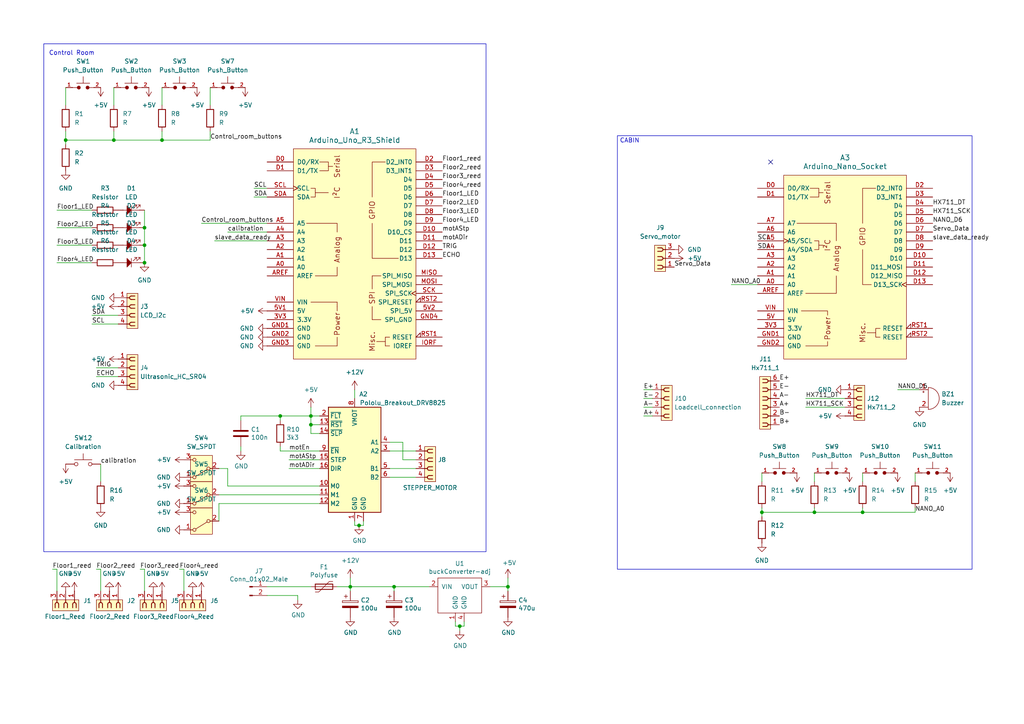
<source format=kicad_sch>
(kicad_sch (version 20231120) (generator "eeschema") (generator_version "8.0")
  (paper "A4")
  (lib_symbols
    (symbol "Device:Buzzer" (pin_names (offset 0.0254) hide)
      (property "Reference" "BZ" (at 3.81 1.27 0))
      (property "Value" "Buzzer" (at 3.81 -1.27 0))
      (symbol "Buzzer_1_1"
        (pin passive line (at -2.54 2.54 0) (length 2.54) (name "+") (number "1"))
        (pin passive line (at -2.54 -2.54 0) (length 2.54) (name "-") (number "2"))
      )
    )
    (symbol "Device:C" (pin_numbers hide) (pin_names (offset 0.254))
      (property "Reference" "C" (at 0.635 2.54 0))
      (property "Value" "C" (at 0.635 -2.54 0))
      (symbol "C_1_1"
        (pin passive line (at 0 3.81 270) (length 2.794) (name "~") (number "1"))
        (pin passive line (at 0 -3.81 90) (length 2.794) (name "~") (number "2"))
      )
    )
    (symbol "Device:Polyfuse" (pin_numbers hide) (pin_names (offset 0))
      (property "Reference" "F" (at -2.54 0 90))
      (property "Value" "Polyfuse" (at 2.54 0 90))
      (symbol "Polyfuse_1_1"
        (pin passive line (at 0 3.81 270) (length 1.27) (name "~") (number "1"))
        (pin passive line (at 0 -3.81 90) (length 1.27) (name "~") (number "2"))
      )
    )
    (symbol "Device:R" (pin_numbers hide) (pin_names (offset 0))
      (property "Reference" "R" (at 2.032 0 90))
      (property "Value" "R" (at 0 0 90))
      (symbol "R_1_1"
        (pin passive line (at 0 3.81 270) (length 1.27) (name "~") (number "1"))
        (pin passive line (at 0 -3.81 90) (length 1.27) (name "~") (number "2"))
      )
    )
    (symbol "Driver_Motor:Pololu_Breakout_DRV8825"
      (property "Reference" "A" (at -2.54 16.51 0))
      (property "Value" "Pololu_Breakout_DRV8825" (at -2.54 13.97 0))
      (symbol "Pololu_Breakout_DRV8825_1_1"
        (pin power_in line (at 0 -20.32 90) (length 2.54) (name "GND") (number "1"))
        (pin input line (at -10.16 -10.16 0) (length 2.54) (name "M0") (number "10"))
        (pin input line (at -10.16 -12.7 0) (length 2.54) (name "M1") (number "11"))
        (pin input line (at -10.16 -15.24 0) (length 2.54) (name "M2") (number "12"))
        (pin input line (at -10.16 7.62 0) (length 2.54) (name "~{RST}") (number "13"))
        (pin input line (at -10.16 5.08 0) (length 2.54) (name "~{SLP}") (number "14"))
        (pin input line (at -10.16 -2.54 0) (length 2.54) (name "STEP") (number "15"))
        (pin input line (at -10.16 -5.08 0) (length 2.54) (name "DIR") (number "16"))
        (pin output line (at -10.16 10.16 0) (length 2.54) (name "~{FLT}") (number "2"))
        (pin output line (at 10.16 0 180) (length 2.54) (name "A2") (number "3"))
        (pin output line (at 10.16 2.54 180) (length 2.54) (name "A1") (number "4"))
        (pin output line (at 10.16 -5.08 180) (length 2.54) (name "B1") (number "5"))
        (pin output line (at 10.16 -7.62 180) (length 2.54) (name "B2") (number "6"))
        (pin power_in line (at 2.54 -20.32 90) (length 2.54) (name "GND") (number "7"))
        (pin power_in line (at 0 15.24 270) (length 2.54) (name "VMOT") (number "8"))
        (pin input line (at -10.16 0 0) (length 2.54) (name "~{EN}") (number "9"))
      )
    )
    (symbol "PCM_SL_Devices:LED"
      (property "Reference" "D" (at -0.508 5.334 0))
      (property "Value" "LED" (at -0.508 2.794 0))
      (symbol "LED_1_1"
        (pin passive line (at 3.81 0 180) (length 1.5) (name "~") (number "1"))
        (pin passive line (at -3.81 0 0) (length 1.5) (name "") (number "2"))
      )
    )
    (symbol "PCM_SL_Devices:Push_Button"
      (property "Reference" "SW" (at 0 6.35 0))
      (property "Value" "Push_Button" (at 0 4.445 0))
      (symbol "Push_Button_1_1"
        (pin passive line (at -5.08 0 0) (length 2) (name "") (number "1"))
        (pin passive line (at 5.08 0 180) (length 2) (name "") (number "2"))
      )
    )
    (symbol "PCM_SL_Pin_Headers:PINHD_1x3_Female"
      (property "Reference" "J" (at 0 8.89 0))
      (property "Value" "PINHD_1x3_Female" (at 0 6.35 0))
      (symbol "PINHD_1x3_Female_1_1"
        (pin passive line (at -3.81 2.54 0) (length 2.54) (name "") (number "1"))
        (pin passive line (at -3.81 0 0) (length 2.54) (name "") (number "2"))
        (pin passive line (at -3.81 -2.54 0) (length 2.54) (name "") (number "3"))
      )
    )
    (symbol "PCM_SL_Pin_Headers:PINHD_1x4_Female"
      (property "Reference" "J" (at 0 10.16 0))
      (property "Value" "PINHD_1x4_Female" (at 0 7.62 0))
      (symbol "PINHD_1x4_Female_1_1"
        (pin passive line (at -3.81 3.81 0) (length 2.54) (name "") (number "1"))
        (pin passive line (at -3.81 1.27 0) (length 2.54) (name "") (number "2"))
        (pin passive line (at -3.81 -1.27 0) (length 2.54) (name "") (number "3"))
        (pin passive line (at -3.81 -3.81 0) (length 2.54) (name "") (number "4"))
      )
    )
    (symbol "PCM_SL_Pin_Headers:PINHD_1x6_Female"
      (property "Reference" "J" (at 0 12.7 0))
      (property "Value" "PINHD_1x6_Female" (at 0 10.16 0))
      (symbol "PINHD_1x6_Female_1_1"
        (pin passive line (at -3.81 6.35 0) (length 2.54) (name "") (number "1"))
        (pin passive line (at -3.81 3.81 0) (length 2.54) (name "") (number "2"))
        (pin passive line (at -3.81 1.27 0) (length 2.54) (name "") (number "3"))
        (pin passive line (at -3.81 -1.27 0) (length 2.54) (name "") (number "4"))
        (pin passive line (at -3.81 -3.81 0) (length 2.54) (name "") (number "5"))
        (pin passive line (at -3.81 -6.35 0) (length 2.54) (name "") (number "6"))
      )
    )
    (symbol "PCM_SL_Resistors:Resistor"
      (property "Reference" "R" (at 0 5.08 0))
      (property "Value" "Resistor" (at 0 2.54 0))
      (symbol "Resistor_1_1"
        (pin passive line (at -3.81 0 0) (length 1.5) (name "") (number "1"))
        (pin passive line (at 3.81 0 180) (length 1.5) (name "~") (number "2"))
      )
    )
    (symbol "PCM_arduino-library:Arduino_Nano_Socket" (pin_names (offset 1.016))
      (property "Reference" "A" (at 0 33.02 0))
      (property "Value" "Arduino_Nano_Socket" (at 0 29.21 0))
      (symbol "Arduino_Nano_Socket_0_0"
        (text "Analog" (at -2.54 2.54 900) (effects (font (size 1.524 1.524))))
        (text "I²C" (at -5.08 6.35 900) (effects (font (size 1.524 1.524))))
        (text "Misc." (at 5.08 -19.05 900) (effects (font (size 1.524 1.524))))
        (text "Power" (at -5.08 -17.78 900) (effects (font (size 1.524 1.524))))
        (text "Serial" (at -5.08 21.59 900) (effects (font (size 1.524 1.524))))
      )
      (symbol "Arduino_Nano_Socket_1_0"
        (text "GPIO" (at 5.08 8.89 900) (effects (font (size 1.524 1.524))))
      )
      (symbol "Arduino_Nano_Socket_1_1"
        (pin power_out line (at -25.4 -17.78 0) (length 7.62) (name "3.3V") (number "3V3"))
        (pin power_in line (at -25.4 -15.24 0) (length 7.62) (name "5V") (number "5V"))
        (pin bidirectional line (at -25.4 -5.08 0) (length 7.62) (name "A0") (number "A0"))
        (pin bidirectional line (at -25.4 -2.54 0) (length 7.62) (name "A1") (number "A1"))
        (pin bidirectional line (at -25.4 0 0) (length 7.62) (name "A2") (number "A2"))
        (pin bidirectional line (at -25.4 2.54 0) (length 7.62) (name "A3") (number "A3"))
        (pin bidirectional line (at -25.4 5.08 0) (length 7.62) (name "A4/SDA") (number "A4"))
        (pin bidirectional clock (at -25.4 7.62 0) (length 7.62) (name "A5/SCL") (number "A5"))
        (pin input line (at -25.4 10.16 0) (length 7.62) (name "A6") (number "A6"))
        (pin input line (at -25.4 12.7 0) (length 7.62) (name "A7") (number "A7"))
        (pin input line (at -25.4 -7.62 0) (length 7.62) (name "AREF") (number "AREF"))
        (pin bidirectional line (at -25.4 22.86 0) (length 7.62) (name "D0/RX") (number "D0"))
        (pin bidirectional line (at -25.4 20.32 0) (length 7.62) (name "D1/TX") (number "D1"))
        (pin bidirectional line (at 25.4 2.54 180) (length 7.62) (name "D10") (number "D10"))
        (pin bidirectional line (at 25.4 0 180) (length 7.62) (name "D11_MOSI") (number "D11"))
        (pin bidirectional line (at 25.4 -2.54 180) (length 7.62) (name "D12_MISO") (number "D12"))
        (pin bidirectional clock (at 25.4 -5.08 180) (length 7.62) (name "D13_SCK") (number "D13"))
        (pin bidirectional line (at 25.4 22.86 180) (length 7.62) (name "D2_INT0") (number "D2"))
        (pin bidirectional line (at 25.4 20.32 180) (length 7.62) (name "D3_INT1") (number "D3"))
        (pin bidirectional line (at 25.4 17.78 180) (length 7.62) (name "D4") (number "D4"))
        (pin bidirectional line (at 25.4 15.24 180) (length 7.62) (name "D5") (number "D5"))
        (pin bidirectional line (at 25.4 12.7 180) (length 7.62) (name "D6") (number "D6"))
        (pin bidirectional line (at 25.4 10.16 180) (length 7.62) (name "D7") (number "D7"))
        (pin bidirectional line (at 25.4 7.62 180) (length 7.62) (name "D8") (number "D8"))
        (pin bidirectional line (at 25.4 5.08 180) (length 7.62) (name "D9") (number "D9"))
        (pin power_in line (at -25.4 -20.32 0) (length 7.62) (name "GND") (number "GND1"))
        (pin power_in line (at -25.4 -22.86 0) (length 7.62) (name "GND") (number "GND2"))
        (pin open_collector input_low (at 25.4 -17.78 180) (length 7.62) (name "RESET") (number "RST1"))
        (pin open_collector input_low (at 25.4 -20.32 180) (length 7.62) (name "RESET") (number "RST2"))
        (pin power_in line (at -25.4 -12.7 0) (length 7.62) (name "VIN") (number "VIN"))
      )
    )
    (symbol "PCM_arduino-library:Arduino_Uno_R3_Shield" (pin_names (offset 1.016))
      (property "Reference" "A" (at 0 36.83 0))
      (property "Value" "Arduino_Uno_R3_Shield" (at 0 33.02 0))
      (symbol "Arduino_Uno_R3_Shield_0_0"
        (text "Analog" (at -5.08 1.27 900) (effects (font (size 1.524 1.524))))
        (text "I²C" (at -5.08 17.78 900) (effects (font (size 1.524 1.524))))
        (text "Misc." (at 5.08 -25.4 900) (effects (font (size 1.524 1.524))))
        (text "Power" (at -5.08 -20.32 900) (effects (font (size 1.524 1.524))))
        (text "Serial" (at -5.08 25.4 900) (effects (font (size 1.524 1.524))))
        (text "SPI" (at 5.08 -12.7 900) (effects (font (size 1.524 1.524))))
      )
      (symbol "Arduino_Uno_R3_Shield_1_0"
        (text "GPIO" (at 5.08 12.7 900) (effects (font (size 1.524 1.524))))
      )
      (symbol "Arduino_Uno_R3_Shield_1_1"
        (pin power_out line (at -25.4 -19.05 0) (length 7.62) (name "3.3V") (number "3V3"))
        (pin power_in line (at -25.4 -16.51 0) (length 7.62) (name "5V") (number "5V1"))
        (pin power_in line (at 25.4 -16.51 180) (length 7.62) (name "SPI_5V") (number "5V2"))
        (pin bidirectional line (at -25.4 -3.81 0) (length 7.62) (name "A0") (number "A0"))
        (pin bidirectional line (at -25.4 -1.27 0) (length 7.62) (name "A1") (number "A1"))
        (pin bidirectional line (at -25.4 1.27 0) (length 7.62) (name "A2") (number "A2"))
        (pin bidirectional line (at -25.4 3.81 0) (length 7.62) (name "A3") (number "A3"))
        (pin bidirectional line (at -25.4 6.35 0) (length 7.62) (name "A4") (number "A4"))
        (pin bidirectional line (at -25.4 8.89 0) (length 7.62) (name "A5") (number "A5"))
        (pin input line (at -25.4 -6.35 0) (length 7.62) (name "AREF") (number "AREF"))
        (pin bidirectional line (at -25.4 26.67 0) (length 7.62) (name "D0/RX") (number "D0"))
        (pin bidirectional line (at -25.4 24.13 0) (length 7.62) (name "D1/TX") (number "D1"))
        (pin bidirectional line (at 25.4 6.35 180) (length 7.62) (name "D10_CS") (number "D10"))
        (pin bidirectional line (at 25.4 3.81 180) (length 7.62) (name "D11") (number "D11"))
        (pin bidirectional line (at 25.4 1.27 180) (length 7.62) (name "D12") (number "D12"))
        (pin bidirectional line (at 25.4 -1.27 180) (length 7.62) (name "D13") (number "D13"))
        (pin bidirectional line (at 25.4 26.67 180) (length 7.62) (name "D2_INT0") (number "D2"))
        (pin bidirectional line (at 25.4 24.13 180) (length 7.62) (name "D3_INT1") (number "D3"))
        (pin bidirectional line (at 25.4 21.59 180) (length 7.62) (name "D4") (number "D4"))
        (pin bidirectional line (at 25.4 19.05 180) (length 7.62) (name "D5") (number "D5"))
        (pin bidirectional line (at 25.4 16.51 180) (length 7.62) (name "D6") (number "D6"))
        (pin bidirectional line (at 25.4 13.97 180) (length 7.62) (name "D7") (number "D7"))
        (pin bidirectional line (at 25.4 11.43 180) (length 7.62) (name "D8") (number "D8"))
        (pin bidirectional line (at 25.4 8.89 180) (length 7.62) (name "D9") (number "D9"))
        (pin power_in line (at -25.4 -21.59 0) (length 7.62) (name "GND") (number "GND1"))
        (pin power_in line (at -25.4 -24.13 0) (length 7.62) (name "GND") (number "GND2"))
        (pin power_in line (at -25.4 -26.67 0) (length 7.62) (name "GND") (number "GND3"))
        (pin power_in line (at 25.4 -19.05 180) (length 7.62) (name "SPI_GND") (number "GND4"))
        (pin output line (at 25.4 -26.67 180) (length 7.62) (name "IOREF") (number "IORF"))
        (pin input line (at 25.4 -6.35 180) (length 7.62) (name "SPI_MISO") (number "MISO"))
        (pin output line (at 25.4 -8.89 180) (length 7.62) (name "SPI_MOSI") (number "MOSI"))
        (pin open_collector input_low (at 25.4 -24.13 180) (length 7.62) (name "RESET") (number "RST1"))
        (pin open_collector input_low (at 25.4 -13.97 180) (length 7.62) (name "SPI_RESET") (number "RST2"))
        (pin output clock (at 25.4 -11.43 180) (length 7.62) (name "SPI_SCK") (number "SCK"))
        (pin bidirectional clock (at -25.4 19.05 0) (length 7.62) (name "SCL") (number "SCL"))
        (pin bidirectional line (at -25.4 16.51 0) (length 7.62) (name "SDA") (number "SDA"))
        (pin power_in line (at -25.4 -13.97 0) (length 7.62) (name "VIN") (number "VIN"))
      )
    )
    (symbol "Switch:SW_Push" (pin_numbers hide) (pin_names (offset 1.016) hide)
      (property "Reference" "SW" (at 1.27 2.54 0))
      (property "Value" "SW_Push" (at 0 -1.524 0))
      (symbol "SW_Push_0_1"
        (pin passive line (at -5.08 0 0) (length 2.54) (name "1") (number "1"))
        (pin passive line (at 5.08 0 180) (length 2.54) (name "2") (number "2"))
      )
    )
    (symbol "Switch:SW_SPDT" (pin_names (offset 0) hide)
      (property "Reference" "SW" (at 0 5.08 0))
      (property "Value" "SW_SPDT" (at 0 -5.08 0))
      (symbol "SW_SPDT_1_1"
        (pin passive line (at 5.08 2.54 180) (length 2.54) (name "A") (number "1"))
        (pin passive line (at -5.08 0 0) (length 2.54) (name "B") (number "2"))
        (pin passive line (at 5.08 -2.54 180) (length 2.54) (name "C") (number "3"))
      )
    )
    (symbol "pendulumRobotModule-rescue:+5V-power" (power) (pin_names (offset 0))
      (property "Value" "power:+5V" (at 0 3.556 0))
      (symbol "+5V-power_1_1"
        (pin power_in line (at 0 0 90) (length 0) hide (name "+5V") (number "1"))
      )
    )
    (symbol "pendulumRobotModule-rescue:CP-Device" (pin_numbers hide) (pin_names (offset 0.254))
      (property "Reference" "C" (at 0.635 2.54 0))
      (property "Value" "Device:CP" (at 0.635 -2.54 0))
      (symbol "CP-Device_1_1"
        (pin passive line (at 0 3.81 270) (length 2.794) (name "~") (number "1"))
        (pin passive line (at 0 -3.81 90) (length 2.794) (name "~") (number "2"))
      )
    )
    (symbol "pendulumRobotModule-rescue:Conn_01x02_Male-Connector" (pin_names (offset 1.016) hide)
      (property "Reference" "J" (at 0 2.54 0))
      (property "Value" "Connector:Conn_01x02_Male" (at 0 -5.08 0))
      (symbol "Conn_01x02_Male-Connector_1_1"
        (pin passive line (at 5.08 0 180) (length 3.81) (name "Pin_1") (number "1"))
        (pin passive line (at 5.08 -2.54 180) (length 3.81) (name "Pin_2") (number "2"))
      )
    )
    (symbol "pendulumRobotModule-rescue:GND-power" (power) (pin_names (offset 0))
      (property "Value" "power:GND" (at 0 -3.81 0))
      (symbol "GND-power_1_1"
        (pin power_in line (at 0 0 270) (length 0) hide (name "GND") (number "1"))
      )
    )
    (symbol "pendulumRobotModule-rescue:buckConverter-adj-myLib" (pin_names (offset 1.016))
      (property "Reference" "U" (at 0 0 0))
      (property "Value" "myLib:buckConverter-adj" (at 0 2.54 0))
      (symbol "buckConverter-adj-myLib_1_1"
        (pin power_in line (at -1.27 -13.97 90) (length 2.54) (name "GND") (number "1"))
        (pin power_in line (at -8.89 -3.81 0) (length 2.54) (name "VIN") (number "2"))
        (pin power_out line (at 8.89 -3.81 180) (length 2.54) (name "VOUT") (number "3"))
        (pin power_in line (at 1.27 -13.97 90) (length 2.54) (name "GND") (number "4"))
      )
    )
    (symbol "power:+12V" (power) (pin_numbers hide) (pin_names (offset 0) hide)
      (property "Value" "+12V" (at 0 3.556 0))
      (symbol "+12V_1_1"
        (pin power_in line (at 0 0 90) (length 0) (name "~") (number "1"))
      )
    )
    (symbol "power:+5V" (power) (pin_numbers hide) (pin_names (offset 0) hide)
      (property "Value" "+5V" (at 0 3.556 0))
      (symbol "+5V_1_1"
        (pin power_in line (at 0 0 90) (length 0) (name "~") (number "1"))
      )
    )
    (symbol "power:GND" (power) (pin_numbers hide) (pin_names (offset 0) hide)
      (property "Value" "GND" (at 0 -3.81 0))
      (symbol "GND_1_1"
        (pin power_in line (at 0 0 270) (length 0) (name "~") (number "1"))
      )
    )
  )
  (junction (at 41.91 66.04))
  (junction (at 41.91 71.12))
  (junction (at 101.6 170.18))
  (junction (at 236.22 148.59))
  (junction (at 41.91 76.2))
  (junction (at 104.14 152.4))
  (junction (at 33.02 40.64))
  (junction (at 19.05 40.64))
  (junction (at 81.28 120.65))
  (junction (at 46.99 40.64))
  (junction (at 114.3 170.18))
  (junction (at 147.32 170.18))
  (junction (at 90.17 120.65))
  (junction (at 220.98 148.59))
  (junction (at 133.35 181.61))
  (junction (at 250.19 148.59))
  (junction (at 90.17 123.19))
  (no_connect (at 223.52 46.99))
  (wire (pts (xy 220.98 137.16) (xy 220.98 139.7)))
  (wire (pts (xy 220.98 148.59) (xy 220.98 149.86)))
  (wire (pts (xy 92.71 123.19) (xy 90.17 123.19)))
  (wire (pts (xy 186.69 115.57) (xy 189.23 115.57)))
  (wire (pts (xy 265.43 148.59) (xy 265.43 147.32)))
  (wire (pts (xy 147.32 170.18) (xy 147.32 167.64)))
  (wire (pts (xy 41.91 165.1) (xy 41.91 171.45)))
  (wire (pts (xy 114.3 170.18) (xy 124.46 170.18)))
  (wire (pts (xy 260.35 113.03) (xy 266.7 113.03)))
  (wire (pts (xy 250.19 148.59) (xy 265.43 148.59)))
  (wire (pts (xy 236.22 148.59) (xy 236.22 147.32)))
  (wire (pts (xy 33.02 40.64) (xy 33.02 38.1)))
  (wire (pts (xy 81.28 120.65) (xy 69.85 120.65)))
  (wire (pts (xy 62.23 69.85) (xy 77.47 69.85)))
  (wire (pts (xy 60.96 25.4) (xy 60.96 30.48)))
  (wire (pts (xy 16.51 66.04) (xy 26.67 66.04)))
  (wire (pts (xy 15.24 165.1) (xy 16.51 165.1)))
  (wire (pts (xy 116.84 133.35) (xy 120.65 133.35)))
  (wire (pts (xy 27.94 165.1) (xy 29.21 165.1)))
  (wire (pts (xy 133.35 181.61) (xy 133.35 182.88)))
  (wire (pts (xy 90.17 120.65) (xy 90.17 118.11)))
  (wire (pts (xy 212.09 82.55) (xy 219.71 82.55)))
  (wire (pts (xy 27.94 109.22) (xy 34.29 109.22)))
  (wire (pts (xy 250.19 148.59) (xy 250.19 147.32)))
  (wire (pts (xy 16.51 60.96) (xy 26.67 60.96)))
  (wire (pts (xy 52.07 165.1) (xy 53.34 165.1)))
  (wire (pts (xy 46.99 25.4) (xy 46.99 30.48)))
  (wire (pts (xy 113.03 135.89) (xy 120.65 135.89)))
  (wire (pts (xy 86.36 172.72) (xy 86.36 173.99)))
  (wire (pts (xy 63.5 135.89) (xy 66.04 135.89)))
  (wire (pts (xy 105.41 151.13) (xy 105.41 152.4)))
  (wire (pts (xy 113.03 138.43) (xy 120.65 138.43)))
  (wire (pts (xy 77.47 172.72) (xy 86.36 172.72)))
  (wire (pts (xy 77.47 170.18) (xy 90.17 170.18)))
  (wire (pts (xy 97.79 170.18) (xy 101.6 170.18)))
  (wire (pts (xy 19.05 40.64) (xy 33.02 40.64)))
  (wire (pts (xy 116.84 128.27) (xy 116.84 133.35)))
  (wire (pts (xy 186.69 113.03) (xy 189.23 113.03)))
  (wire (pts (xy 46.99 40.64) (xy 46.99 38.1)))
  (wire (pts (xy 133.35 181.61) (xy 134.62 181.61)))
  (wire (pts (xy 132.08 181.61) (xy 133.35 181.61)))
  (wire (pts (xy 186.69 118.11) (xy 189.23 118.11)))
  (wire (pts (xy 134.62 181.61) (xy 134.62 180.34)))
  (wire (pts (xy 41.91 60.96) (xy 41.91 66.04)))
  (wire (pts (xy 69.85 129.54) (xy 69.85 130.81)))
  (wire (pts (xy 53.34 165.1) (xy 53.34 171.45)))
  (wire (pts (xy 265.43 137.16) (xy 265.43 139.7)))
  (wire (pts (xy 250.19 137.16) (xy 250.19 139.7)))
  (wire (pts (xy 233.68 118.11) (xy 245.11 118.11)))
  (wire (pts (xy 19.05 25.4) (xy 19.05 30.48)))
  (wire (pts (xy 81.28 120.65) (xy 81.28 121.92)))
  (wire (pts (xy 101.6 170.18) (xy 101.6 171.45)))
  (wire (pts (xy 147.32 171.45) (xy 147.32 170.18)))
  (wire (pts (xy 63.5 151.13) (xy 63.5 146.05)))
  (wire (pts (xy 101.6 170.18) (xy 114.3 170.18)))
  (wire (pts (xy 26.67 91.44) (xy 34.29 91.44)))
  (wire (pts (xy 90.17 123.19) (xy 90.17 120.65)))
  (wire (pts (xy 69.85 120.65) (xy 69.85 121.92)))
  (wire (pts (xy 66.04 135.89) (xy 66.04 140.97)))
  (wire (pts (xy 41.91 66.04) (xy 41.91 71.12)))
  (wire (pts (xy 92.71 135.89) (xy 83.82 135.89)))
  (wire (pts (xy 113.03 128.27) (xy 116.84 128.27)))
  (wire (pts (xy 92.71 125.73) (xy 90.17 125.73)))
  (wire (pts (xy 81.28 120.65) (xy 90.17 120.65)))
  (wire (pts (xy 132.08 181.61) (xy 132.08 180.34)))
  (wire (pts (xy 73.66 54.61) (xy 77.47 54.61)))
  (wire (pts (xy 186.69 120.65) (xy 189.23 120.65)))
  (wire (pts (xy 19.05 38.1) (xy 19.05 40.64)))
  (wire (pts (xy 63.5 143.51) (xy 92.71 143.51)))
  (wire (pts (xy 66.04 67.31) (xy 77.47 67.31)))
  (wire (pts (xy 81.28 130.81) (xy 81.28 129.54)))
  (wire (pts (xy 90.17 125.73) (xy 90.17 123.19)))
  (wire (pts (xy 83.82 133.35) (xy 92.71 133.35)))
  (wire (pts (xy 63.5 146.05) (xy 92.71 146.05)))
  (wire (pts (xy 92.71 120.65) (xy 90.17 120.65)))
  (wire (pts (xy 114.3 171.45) (xy 114.3 170.18)))
  (wire (pts (xy 16.51 76.2) (xy 26.67 76.2)))
  (wire (pts (xy 113.03 130.81) (xy 120.65 130.81)))
  (wire (pts (xy 101.6 170.18) (xy 101.6 167.64)))
  (wire (pts (xy 41.91 71.12) (xy 41.91 76.2)))
  (wire (pts (xy 102.87 113.03) (xy 102.87 115.57)))
  (wire (pts (xy 33.02 25.4) (xy 33.02 30.48)))
  (wire (pts (xy 19.05 40.64) (xy 19.05 41.91)))
  (wire (pts (xy 66.04 140.97) (xy 92.71 140.97)))
  (wire (pts (xy 29.21 165.1) (xy 29.21 171.45)))
  (wire (pts (xy 220.98 148.59) (xy 236.22 148.59)))
  (wire (pts (xy 236.22 137.16) (xy 236.22 139.7)))
  (wire (pts (xy 27.94 106.68) (xy 34.29 106.68)))
  (wire (pts (xy 102.87 152.4) (xy 104.14 152.4)))
  (wire (pts (xy 40.64 165.1) (xy 41.91 165.1)))
  (wire (pts (xy 104.14 152.4) (xy 105.41 152.4)))
  (wire (pts (xy 233.68 115.57) (xy 245.11 115.57)))
  (wire (pts (xy 220.98 147.32) (xy 220.98 148.59)))
  (wire (pts (xy 16.51 71.12) (xy 26.67 71.12)))
  (wire (pts (xy 26.67 93.98) (xy 34.29 93.98)))
  (wire (pts (xy 142.24 170.18) (xy 147.32 170.18)))
  (wire (pts (xy 46.99 40.64) (xy 60.96 40.64)))
  (wire (pts (xy 236.22 148.59) (xy 250.19 148.59)))
  (wire (pts (xy 33.02 40.64) (xy 46.99 40.64)))
  (wire (pts (xy 60.96 40.64) (xy 60.96 38.1)))
  (wire (pts (xy 81.28 130.81) (xy 92.71 130.81)))
  (wire (pts (xy 102.87 151.13) (xy 102.87 152.4)))
  (wire (pts (xy 73.66 57.15) (xy 77.47 57.15)))
  (wire (pts (xy 29.21 134.62) (xy 29.21 139.7)))
  (wire (pts (xy 16.51 165.1) (xy 16.51 171.45)))
  (wire (pts (xy 58.42 64.77) (xy 77.47 64.77)))
  (rectangle (start 179.07 39.37) (end 281.94 165.1))
  (rectangle (start 12.7 12.7) (end 140.97 160.02))
  (text "Control Room" (at 20.828 15.494 0) (effects (font (size 1.27 1.27))))
  (text "CABIN" (at 182.626 40.894 0) (effects (font (size 1.27 1.27))))
  (label "SDA" (at 26.67 91.44 0))
  (label "slave_data_ready" (at 62.23 69.85 0))
  (label "Floor1_LED" (at 16.51 60.96 0))
  (label "Floor2_LED" (at 128.27 59.69 0))
  (label "Floor4_LED" (at 16.51 76.2 0))
  (label "SCL" (at 73.66 54.61 0))
  (label "Floor3_reed" (at 128.27 52.07 0))
  (label "HX711_DT" (at 270.51 59.69 0))
  (label "B-" (at 226.06 120.65 0))
  (label "SCL" (at 219.71 69.85 0))
  (label "SCL" (at 26.67 93.98 0))
  (label "Control_room_buttons" (at 60.96 40.64 0))
  (label "slave_data_ready" (at 270.51 69.85 0))
  (label "motEn" (at 83.82 130.81 0))
  (label "HX711_DT" (at 233.68 115.57 0))
  (label "E+" (at 226.06 110.49 0))
  (label "HX711_SCK" (at 233.68 118.11 0))
  (label "ECHO" (at 128.27 74.93 0))
  (label "Servo_Data" (at 195.58 77.47 0))
  (label "E-" (at 226.06 113.03 0))
  (label "Floor1_reed" (at 15.24 165.1 0))
  (label "SDA" (at 73.66 57.15 0))
  (label "Control_room_buttons" (at 58.42 64.77 0))
  (label "E+" (at 186.69 113.03 0))
  (label "Floor3_LED" (at 16.51 71.12 0))
  (label "A-" (at 226.06 115.57 0))
  (label "Floor1_LED" (at 128.27 57.15 0))
  (label "motADir" (at 83.82 135.89 0))
  (label "motAStp" (at 128.27 67.31 0))
  (label "Floor4_reed" (at 52.07 165.1 0))
  (label "ECHO" (at 27.94 109.22 0))
  (label "NANO_D6" (at 260.35 113.03 0))
  (label "SDA" (at 219.71 72.39 0))
  (label "Floor4_reed" (at 128.27 54.61 0))
  (label "B+" (at 226.06 123.19 0))
  (label "TRIG" (at 27.94 106.68 0))
  (label "Floor3_LED" (at 128.27 62.23 0))
  (label "Floor4_LED" (at 128.27 64.77 0))
  (label "Servo_Data" (at 270.51 67.31 0))
  (label "Floor2_LED" (at 16.51 66.04 0))
  (label "Floor2_reed" (at 27.94 165.1 0))
  (label "HX711_SCK" (at 270.51 62.23 0))
  (label "A+" (at 226.06 118.11 0))
  (label "motAStp" (at 83.82 133.35 0))
  (label "Floor1_reed" (at 128.27 46.99 0))
  (label "A-" (at 186.69 118.11 0))
  (label "E-" (at 186.69 115.57 0))
  (label "calibration" (at 66.04 67.31 0))
  (label "A+" (at 186.69 120.65 0))
  (label "Floor2_reed" (at 128.27 49.53 0))
  (label "NANO_A0" (at 265.43 148.59 0))
  (label "Floor3_reed" (at 40.64 165.1 0))
  (label "NANO_D6" (at 270.51 64.77 0))
  (label "calibration" (at 29.21 134.62 0))
  (label "TRIG" (at 128.27 72.39 0))
  (label "NANO_A0" (at 212.09 82.55 0))
  (label "motADir" (at 128.27 69.85 0))
  (symbol (lib_id "power:+5V") (at 34.29 88.9 90) (unit 1)
    (property "Reference" "#PWR07" (effects (hide yes)))
    (property "Value" "+5V" (at 30.48 88.8999 90) (effects (justify left)))
    (property "Description" "Power symbol creates a global label with name \"+5V\"" (effects (hide yes)))
  )
  (symbol (lib_id "pendulumRobotModule-rescue:GND-power") (at 147.32 179.07 0) (unit 1)
    (property "Reference" "#PWR039" (effects (hide yes)))
    (property "Value" "GND" (at 147.447 183.4642 0))
  )
  (symbol (lib_id "Device:R") (at 46.99 34.29 0) (unit 1)
    (property "Reference" "R8" (at 49.53 33.0199 0) (effects (justify left)))
    (property "Value" "R" (at 49.53 35.5599 0) (effects (justify left)))
    (property "Footprint" "Resistor_THT:R_Axial_DIN0204_L3.6mm_D1.6mm_P5.08mm_Horizontal" (effects (hide yes)))
    (property "Description" "Resistor" (effects (hide yes)))
  )
  (symbol (lib_id "PCM_SL_Devices:Push_Button") (at 241.3 137.16 0) (unit 1)
    (property "Reference" "SW9" (at 241.3 129.54 0))
    (property "Value" "Push_Button" (at 241.3 132.08 0))
    (property "Footprint" "Button_Switch_THT:SW_PUSH_6mm" (effects (hide yes)))
    (property "Description" "Common 6mmx6mm Push Button" (effects (hide yes)))
  )
  (symbol (lib_id "power:+5V") (at 58.42 171.45 0) (unit 1)
    (property "Reference" "#PWR023" (effects (hide yes)))
    (property "Value" "+5V" (at 58.42 166.37 0))
    (property "Description" "Power symbol creates a global label with name \"+5V\"" (effects (hide yes)))
  )
  (symbol (lib_id "pendulumRobotModule-rescue:GND-power") (at 133.35 182.88 0) (unit 1)
    (property "Reference" "#PWR037" (effects (hide yes)))
    (property "Value" "GND" (at 133.477 187.2742 0))
  )
  (symbol (lib_id "Device:R") (at 19.05 45.72 0) (unit 1)
    (property "Reference" "R2" (at 21.59 44.4499 0) (effects (justify left)))
    (property "Value" "R" (at 21.59 46.9899 0) (effects (justify left)))
    (property "Footprint" "Resistor_THT:R_Axial_DIN0204_L3.6mm_D1.6mm_P5.08mm_Horizontal" (effects (hide yes)))
    (property "Description" "Resistor" (effects (hide yes)))
  )
  (symbol (lib_id "PCM_SL_Resistors:Resistor") (at 30.48 60.96 0) (unit 1)
    (property "Reference" "R3" (at 30.48 54.61 0))
    (property "Value" "Resistor" (at 30.48 57.15 0))
    (property "Footprint" "Resistor_THT:R_Axial_DIN0207_L6.3mm_D2.5mm_P10.16mm_Horizontal" (effects (hide yes)))
    (property "Description" "1/4W Resistor" (effects (hide yes)))
  )
  (symbol (lib_id "pendulumRobotModule-rescue:CP-Device") (at 147.32 175.26 0) (unit 1)
    (property "Reference" "C4" (at 150.3172 174.0916 0) (effects (justify left)))
    (property "Value" "470u" (at 150.3172 176.403 0) (effects (justify left)))
    (property "Footprint" "Capacitors_THT:CP_Radial_D6.3mm_P2.50mm" (effects (hide yes)))
  )
  (symbol (lib_id "power:+5V") (at 46.99 171.45 0) (unit 1)
    (property "Reference" "#PWR014" (effects (hide yes)))
    (property "Value" "+5V" (at 46.99 166.37 0))
    (property "Description" "Power symbol creates a global label with name \"+5V\"" (effects (hide yes)))
  )
  (symbol (lib_id "PCM_SL_Pin_Headers:PINHD_1x6_Female") (at 222.25 116.84 180) (unit 1)
    (property "Reference" "J11" (at 221.995 104.14 0))
    (property "Value" "Hx711_1" (at 221.995 106.68 0))
    (property "Footprint" "Connector_PinSocket_2.54mm:PinSocket_1x06_P2.54mm_Vertical" (effects (hide yes)))
    (property "Description" "Pin Header female with pin space 2.54mm. Pin Count -6" (effects (hide yes)))
  )
  (symbol (lib_id "Device:Buzzer") (at 269.24 115.57 0) (unit 1)
    (property "Reference" "BZ1" (at 273.05 114.2999 0) (effects (justify left)))
    (property "Value" "Buzzer" (at 273.05 116.8399 0) (effects (justify left)))
    (property "Description" "Buzzer, polarized" (effects (hide yes)))
  )
  (symbol (lib_id "power:GND") (at 29.21 147.32 0) (unit 1)
    (property "Reference" "#PWR051" (effects (hide yes)))
    (property "Value" "GND" (at 29.21 152.4 0))
    (property "Description" "Power symbol creates a global label with name \"GND\" , ground" (effects (hide yes)))
  )
  (symbol (lib_id "power:+12V") (at 102.87 113.03 0) (unit 1)
    (property "Reference" "#PWR034" (effects (hide yes)))
    (property "Value" "+12V" (at 102.87 107.95 0))
    (property "Description" "Power symbol creates a global label with name \"+12V\"" (effects (hide yes)))
  )
  (symbol (lib_id "power:GND") (at 220.98 157.48 0) (unit 1)
    (property "Reference" "#PWR042" (effects (hide yes)))
    (property "Value" "GND" (at 220.98 162.56 0))
    (property "Description" "Power symbol creates a global label with name \"GND\" , ground" (effects (hide yes)))
  )
  (symbol (lib_id "power:GND") (at 34.29 111.76 270) (unit 1)
    (property "Reference" "#PWR09" (effects (hide yes)))
    (property "Value" "GND" (at 30.48 111.7599 90) (effects (justify right)))
    (property "Description" "Power symbol creates a global label with name \"GND\" , ground" (effects (hide yes)))
  )
  (symbol (lib_id "Switch:SW_Push") (at 24.13 134.62 0) (unit 1)
    (property "Reference" "SW12" (at 24.13 127 0))
    (property "Value" "Calibration" (at 24.13 129.54 0))
    (property "Description" "Push button switch, generic, two pins" (effects (hide yes)))
  )
  (symbol (lib_id "pendulumRobotModule-rescue:CP-Device") (at 114.3 175.26 0) (unit 1)
    (property "Reference" "C3" (at 117.2972 174.0916 0) (effects (justify left)))
    (property "Value" "100u" (at 117.2972 176.403 0) (effects (justify left)))
    (property "Footprint" "Capacitors_THT:CP_Radial_D8.0mm_P2.50mm" (effects (hide yes)))
  )
  (symbol (lib_id "power:+5V") (at 90.17 118.11 0) (unit 1)
    (property "Reference" "#PWR031" (effects (hide yes)))
    (property "Value" "+5V" (at 90.17 113.03 0))
    (property "Description" "Power symbol creates a global label with name \"+5V\"" (effects (hide yes)))
  )
  (symbol (lib_id "power:+5V") (at 71.12 25.4 180) (unit 1)
    (property "Reference" "#PWR025" (effects (hide yes)))
    (property "Value" "+5V" (at 71.12 30.48 0))
    (property "Description" "Power symbol creates a global label with name \"+5V\"" (effects (hide yes)))
  )
  (symbol (lib_id "power:+5V") (at 21.59 171.45 0) (unit 1)
    (property "Reference" "#PWR03" (effects (hide yes)))
    (property "Value" "+5V" (at 21.59 166.37 0))
    (property "Description" "Power symbol creates a global label with name \"+5V\"" (effects (hide yes)))
  )
  (symbol (lib_id "Device:R") (at 19.05 34.29 0) (unit 1)
    (property "Reference" "R1" (at 21.59 33.0199 0) (effects (justify left)))
    (property "Value" "R" (at 21.59 35.5599 0) (effects (justify left)))
    (property "Footprint" "Resistor_THT:R_Axial_DIN0204_L3.6mm_D1.6mm_P5.08mm_Horizontal" (effects (hide yes)))
    (property "Description" "Resistor" (effects (hide yes)))
  )
  (symbol (lib_id "power:GND") (at 53.34 153.67 270) (unit 1)
    (property "Reference" "#PWR020" (effects (hide yes)))
    (property "Value" "GND" (at 49.53 153.6699 90) (effects (justify right)))
    (property "Description" "Power symbol creates a global label with name \"GND\" , ground" (effects (hide yes)))
  )
  (symbol (lib_id "PCM_SL_Pin_Headers:PINHD_1x3_Female") (at 191.77 74.93 180) (unit 1)
    (property "Reference" "J9" (at 191.515 66.04 0))
    (property "Value" "Servo_motor" (at 191.515 68.58 0))
    (property "Footprint" "Connector_PinSocket_2.54mm:PinSocket_1x03_P2.54mm_Vertical" (effects (hide yes)))
    (property "Description" "Pin Header female with pin space 2.54mm. Pin Count -3" (effects (hide yes)))
  )
  (symbol (lib_id "Device:R") (at 29.21 143.51 0) (unit 1)
    (property "Reference" "R16" (at 31.75 142.2399 0) (effects (justify left)))
    (property "Value" "R" (at 31.75 144.7799 0) (effects (justify left)))
    (property "Description" "Resistor" (effects (hide yes)))
  )
  (symbol (lib_id "PCM_SL_Devices:Push_Button") (at 38.1 25.4 0) (unit 1)
    (property "Reference" "SW2" (at 38.1 17.78 0))
    (property "Value" "Push_Button" (at 38.1 20.32 0))
    (property "Footprint" "Button_Switch_THT:SW_PUSH_6mm" (effects (hide yes)))
    (property "Description" "Common 6mmx6mm Push Button" (effects (hide yes)))
  )
  (symbol (lib_id "Device:C") (at 69.85 125.73 0) (unit 1)
    (property "Reference" "C1" (at 72.771 124.5616 0) (effects (justify left)))
    (property "Value" "100n" (at 72.771 126.873 0) (effects (justify left)))
    (property "Footprint" "Capacitors_SMD:C_0805_HandSoldering" (effects (hide yes)))
  )
  (symbol (lib_id "Device:R") (at 265.43 143.51 0) (unit 1)
    (property "Reference" "R15" (at 267.97 142.2399 0) (effects (justify left)))
    (property "Value" "R" (at 267.97 144.7799 0) (effects (justify left)))
    (property "Description" "Resistor" (effects (hide yes)))
  )
  (symbol (lib_id "pendulumRobotModule-rescue:GND-power") (at 69.85 130.81 0) (unit 1)
    (property "Reference" "#PWR024" (effects (hide yes)))
    (property "Value" "GND" (at 69.977 135.2042 0))
  )
  (symbol (lib_id "power:+5V") (at 195.58 74.93 270) (unit 1)
    (property "Reference" "#PWR041" (effects (hide yes)))
    (property "Value" "+5V" (at 199.39 74.9299 90) (effects (justify left)))
    (property "Description" "Power symbol creates a global label with name \"+5V\"" (effects (hide yes)))
  )
  (symbol (lib_id "Device:R") (at 81.28 125.73 0) (unit 1)
    (property "Reference" "R10" (at 83.058 124.5616 0) (effects (justify left)))
    (property "Value" "3k3" (at 83.058 126.873 0) (effects (justify left)))
    (property "Footprint" "Resistors_SMD:R_0805_HandSoldering" (effects (hide yes)))
  )
  (symbol (lib_id "PCM_SL_Pin_Headers:PINHD_1x4_Female") (at 124.46 134.62 0) (unit 1)
    (property "Reference" "J8" (at 127 133.3499 0) (effects (justify left)))
    (property "Value" "STEPPER_MOTOR" (at 116.84 141.478 0) (effects (justify left)))
    (property "Footprint" "Connector_PinSocket_2.54mm:PinSocket_1x04_P2.54mm_Vertical" (effects (hide yes)))
    (property "Description" "Pin Header female with pin space 2.54mm. Pin Count -4" (effects (hide yes)))
  )
  (symbol (lib_id "Device:Polyfuse") (at 93.98 170.18 270) (unit 1)
    (property "Reference" "F1" (at 93.98 164.465 90))
    (property "Value" "Polyfuse" (at 93.98 166.7764 90))
    (property "Footprint" "mylib:polyfuse-5.08mm" (effects (hide yes)))
  )
  (symbol (lib_id "power:GND") (at 34.29 86.36 270) (unit 1)
    (property "Reference" "#PWR06" (effects (hide yes)))
    (property "Value" "GND" (at 30.48 86.3599 90) (effects (justify right)))
    (property "Description" "Power symbol creates a global label with name \"GND\" , ground" (effects (hide yes)))
  )
  (symbol (lib_id "pendulumRobotModule-rescue:buckConverter-adj-myLib") (at 133.35 166.37 0) (unit 1)
    (property "Reference" "U1" (at 133.35 163.449 0))
    (property "Value" "buckConverter-adj" (at 133.35 165.7604 0))
    (property "Footprint" "mylib:buck-converter-adj" (effects (hide yes)))
  )
  (symbol (lib_id "power:+5V") (at 19.05 134.62 180) (unit 1)
    (property "Reference" "#PWR050" (effects (hide yes)))
    (property "Value" "+5V" (at 19.05 139.7 0))
    (property "Description" "Power symbol creates a global label with name \"+5V\"" (effects (hide yes)))
  )
  (symbol (lib_id "PCM_SL_Devices:LED") (at 38.1 76.2 0) (unit 1)
    (property "Reference" "D4" (at 38.1 69.85 0))
    (property "Value" "LED" (at 38.1 72.39 0))
    (property "Footprint" "LED_THT:LED_D5.0mm" (effects (hide yes)))
    (property "Description" "Common 5mm diameter LED" (effects (hide yes)))
  )
  (symbol (lib_id "power:+5V") (at 29.21 25.4 180) (unit 1)
    (property "Reference" "#PWR04" (effects (hide yes)))
    (property "Value" "+5V" (at 29.21 30.48 0))
    (property "Description" "Power symbol creates a global label with name \"+5V\"" (effects (hide yes)))
  )
  (symbol (lib_id "PCM_arduino-library:Arduino_Uno_R3_Shield") (at 102.87 73.66 0) (unit 1)
    (property "Reference" "A1" (at 102.87 38.1 0) (effects (font (size 1.524 1.524))))
    (property "Value" "Arduino_Uno_R3_Shield" (at 102.87 40.64 0) (effects (font (size 1.524 1.524))))
    (property "Footprint" "PCM_arduino-library:Arduino_Uno_R3_Shield" (effects (hide yes)))
    (property "Datasheet" "https://docs.arduino.cc/hardware/uno-rev3" (effects (hide yes)))
    (property "Description" "Shield for Arduino Uno R3" (effects (hide yes)))
  )
  (symbol (lib_id "power:+5V") (at 246.38 137.16 180) (unit 1)
    (property "Reference" "#PWR046" (effects (hide yes)))
    (property "Value" "+5V" (at 246.38 142.24 0))
    (property "Description" "Power symbol creates a global label with name \"+5V\"" (effects (hide yes)))
  )
  (symbol (lib_id "PCM_SL_Devices:Push_Button") (at 270.51 137.16 0) (unit 1)
    (property "Reference" "SW11" (at 270.51 129.54 0))
    (property "Value" "Push_Button" (at 270.51 132.08 0))
    (property "Footprint" "Button_Switch_THT:SW_PUSH_6mm" (effects (hide yes)))
    (property "Description" "Common 6mmx6mm Push Button" (effects (hide yes)))
  )
  (symbol (lib_id "power:GND") (at 266.7 118.11 0) (unit 1)
    (property "Reference" "#PWR048" (effects (hide yes)))
    (property "Value" "GND" (at 266.7 123.19 0))
    (property "Description" "Power symbol creates a global label with name \"GND\" , ground" (effects (hide yes)))
  )
  (symbol (lib_id "PCM_SL_Pin_Headers:PINHD_1x4_Female") (at 38.1 107.95 0) (unit 1)
    (property "Reference" "J4" (at 40.64 106.6799 0) (effects (justify left)))
    (property "Value" "Ultrasonic_HC_SR04" (at 40.64 109.2199 0) (effects (justify left)))
    (property "Footprint" "Connector_PinSocket_2.54mm:PinSocket_1x04_P2.54mm_Vertical" (effects (hide yes)))
    (property "Description" "Pin Header female with pin space 2.54mm. Pin Count -4" (effects (hide yes)))
  )
  (symbol (lib_id "Switch:SW_SPDT") (at 58.42 151.13 180) (unit 1)
    (property "Reference" "SW6" (at 58.42 142.24 0))
    (property "Value" "SW_SPDT" (at 58.42 144.78 0))
    (property "Description" "Switch, single pole double throw" (effects (hide yes)))
  )
  (symbol (lib_id "pendulumRobotModule-rescue:Conn_01x02_Male-Connector") (at 72.39 170.18 0) (unit 1)
    (property "Reference" "J7" (at 75.0824 165.6588 0))
    (property "Value" "Conn_01x02_Male" (at 75.0824 167.9702 0))
    (property "Footprint" "mylib:wirePad-2x-2mm" (effects (hide yes)))
  )
  (symbol (lib_id "PCM_arduino-library:Arduino_Nano_Socket") (at 245.11 77.47 0) (unit 1)
    (property "Reference" "A3" (at 245.11 45.72 0) (effects (font (size 1.524 1.524))))
    (property "Value" "Arduino_Nano_Socket" (at 245.11 48.26 0) (effects (font (size 1.524 1.524))))
    (property "Footprint" "PCM_arduino-library:Arduino_Nano_Socket" (effects (hide yes)))
    (property "Datasheet" "https://docs.arduino.cc/hardware/nano" (effects (hide yes)))
    (property "Description" "Socket for Arduino Nano" (effects (hide yes)))
  )
  (symbol (lib_id "Device:R") (at 220.98 153.67 0) (unit 1)
    (property "Reference" "R12" (at 223.52 152.3999 0) (effects (justify left)))
    (property "Value" "R" (at 223.52 154.9399 0) (effects (justify left)))
    (property "Description" "Resistor" (effects (hide yes)))
  )
  (symbol (lib_id "power:+5V") (at 245.11 120.65 90) (unit 1)
    (property "Reference" "#PWR045" (effects (hide yes)))
    (property "Value" "+5V" (at 241.3 120.6499 90) (effects (justify left)))
    (property "Description" "Power symbol creates a global label with name \"+5V\"" (effects (hide yes)))
  )
  (symbol (lib_id "Device:R") (at 220.98 143.51 0) (unit 1)
    (property "Reference" "R11" (at 223.52 142.2399 0) (effects (justify left)))
    (property "Value" "R" (at 223.52 144.7799 0) (effects (justify left)))
    (property "Description" "Resistor" (effects (hide yes)))
  )
  (symbol (lib_id "power:GND") (at 19.05 171.45 180) (unit 1)
    (property "Reference" "#PWR02" (effects (hide yes)))
    (property "Value" "GND" (at 19.05 166.37 0))
    (property "Description" "Power symbol creates a global label with name \"GND\" , ground" (effects (hide yes)))
  )
  (symbol (lib_id "power:+5V") (at 53.34 140.97 90) (unit 1)
    (property "Reference" "#PWR017" (effects (hide yes)))
    (property "Value" "+5V" (at 49.53 140.9699 90) (effects (justify left)))
    (property "Description" "Power symbol creates a global label with name \"+5V\"" (effects (hide yes)))
  )
  (symbol (lib_id "PCM_SL_Pin_Headers:PINHD_1x3_Female") (at 55.88 175.26 270) (unit 1)
    (property "Reference" "J6" (at 60.96 174.2449 90) (effects (justify left)))
    (property "Value" "Floor4_Reed" (at 50.292 178.816 90) (effects (justify left)))
    (property "Footprint" "Connector_PinSocket_2.54mm:PinSocket_1x03_P2.54mm_Vertical" (effects (hide yes)))
    (property "Description" "Pin Header female with pin space 2.54mm. Pin Count -3" (effects (hide yes)))
  )
  (symbol (lib_id "Device:R") (at 33.02 34.29 0) (unit 1)
    (property "Reference" "R7" (at 35.56 33.0199 0) (effects (justify left)))
    (property "Value" "R" (at 35.56 35.5599 0) (effects (justify left)))
    (property "Footprint" "Resistor_THT:R_Axial_DIN0204_L3.6mm_D1.6mm_P5.08mm_Horizontal" (effects (hide yes)))
    (property "Description" "Resistor" (effects (hide yes)))
  )
  (symbol (lib_id "PCM_SL_Pin_Headers:PINHD_1x4_Female") (at 248.92 116.84 0) (unit 1)
    (property "Reference" "J12" (at 251.46 115.5699 0) (effects (justify left)))
    (property "Value" "Hx711_2" (at 251.46 118.1099 0) (effects (justify left)))
    (property "Footprint" "Connector_PinSocket_2.54mm:PinSocket_1x04_P2.54mm_Vertical" (effects (hide yes)))
    (property "Description" "Pin Header female with pin space 2.54mm. Pin Count -4" (effects (hide yes)))
  )
  (symbol (lib_id "PCM_SL_Pin_Headers:PINHD_1x4_Female") (at 193.04 116.84 0) (unit 1)
    (property "Reference" "J10" (at 195.58 115.5699 0) (effects (justify left)))
    (property "Value" "Loadcell_connection" (at 195.58 118.1099 0) (effects (justify left)))
    (property "Footprint" "Connector_PinSocket_2.54mm:PinSocket_1x04_P2.54mm_Vertical" (effects (hide yes)))
    (property "Description" "Pin Header female with pin space 2.54mm. Pin Count -4" (effects (hide yes)))
  )
  (symbol (lib_id "PCM_SL_Pin_Headers:PINHD_1x3_Female") (at 44.45 175.26 270) (unit 1)
    (property "Reference" "J5" (at 49.53 174.2449 90) (effects (justify left)))
    (property "Value" "Floor3_Reed" (at 38.608 178.816 90) (effects (justify left)))
    (property "Footprint" "Connector_PinSocket_2.54mm:PinSocket_1x03_P2.54mm_Vertical" (effects (hide yes)))
    (property "Description" "Pin Header female with pin space 2.54mm. Pin Count -3" (effects (hide yes)))
  )
  (symbol (lib_id "PCM_SL_Pin_Headers:PINHD_1x3_Female") (at 19.05 175.26 270) (unit 1)
    (property "Reference" "J1" (at 24.13 174.2449 90) (effects (justify left)))
    (property "Value" "Floor1_Reed" (at 12.954 178.816 90) (effects (justify left)))
    (property "Footprint" "Connector_PinSocket_2.54mm:PinSocket_1x03_P2.54mm_Vertical" (effects (hide yes)))
    (property "Description" "Pin Header female with pin space 2.54mm. Pin Count -3" (effects (hide yes)))
  )
  (symbol (lib_id "Switch:SW_SPDT") (at 58.42 135.89 180) (unit 1)
    (property "Reference" "SW4" (at 58.42 127 0))
    (property "Value" "SW_SPDT" (at 58.42 129.54 0))
    (property "Description" "Switch, single pole double throw" (effects (hide yes)))
  )
  (symbol (lib_id "power:+12V") (at 101.6 167.64 0) (unit 1)
    (property "Reference" "#PWR032" (effects (hide yes)))
    (property "Value" "+12V" (at 101.6 162.56 0))
    (property "Description" "Power symbol creates a global label with name \"+12V\"" (effects (hide yes)))
  )
  (symbol (lib_id "power:+5V") (at 260.35 137.16 180) (unit 1)
    (property "Reference" "#PWR047" (effects (hide yes)))
    (property "Value" "+5V" (at 260.35 142.24 0))
    (property "Description" "Power symbol creates a global label with name \"+5V\"" (effects (hide yes)))
  )
  (symbol (lib_id "power:GND") (at 41.91 76.2 0) (unit 1)
    (property "Reference" "#PWR011" (effects (hide yes)))
    (property "Value" "GND" (at 41.91 81.28 0))
    (property "Description" "Power symbol creates a global label with name \"GND\" , ground" (effects (hide yes)))
  )
  (symbol (lib_id "PCM_SL_Devices:Push_Button") (at 226.06 137.16 0) (unit 1)
    (property "Reference" "SW8" (at 226.06 129.54 0))
    (property "Value" "Push_Button" (at 226.06 132.08 0))
    (property "Footprint" "Button_Switch_THT:SW_PUSH_6mm" (effects (hide yes)))
    (property "Description" "Common 6mmx6mm Push Button" (effects (hide yes)))
  )
  (symbol (lib_id "pendulumRobotModule-rescue:GND-power") (at 86.36 173.99 0) (unit 1)
    (property "Reference" "#PWR030" (effects (hide yes)))
    (property "Value" "GND" (at 86.487 178.3842 0))
  )
  (symbol (lib_id "PCM_SL_Resistors:Resistor") (at 30.48 66.04 0) (unit 1)
    (property "Reference" "R4" (at 30.48 59.69 0))
    (property "Value" "Resistor" (at 30.48 62.23 0))
    (property "Footprint" "Resistor_THT:R_Axial_DIN0207_L6.3mm_D2.5mm_P10.16mm_Horizontal" (effects (hide yes)))
    (property "Description" "1/4W Resistor" (effects (hide yes)))
  )
  (symbol (lib_id "PCM_SL_Pin_Headers:PINHD_1x3_Female") (at 31.75 175.26 270) (unit 1)
    (property "Reference" "J2" (at 36.83 174.2449 90) (effects (justify left)))
    (property "Value" "Floor2_Reed" (at 25.908 178.816 90) (effects (justify left)))
    (property "Footprint" "Connector_PinSocket_2.54mm:PinSocket_1x03_P2.54mm_Vertical" (effects (hide yes)))
    (property "Description" "Pin Header female with pin space 2.54mm. Pin Count -3" (effects (hide yes)))
  )
  (symbol (lib_id "PCM_SL_Devices:LED") (at 38.1 60.96 0) (unit 1)
    (property "Reference" "D1" (at 38.1 54.61 0))
    (property "Value" "LED" (at 38.1 57.15 0))
    (property "Footprint" "LED_THT:LED_D5.0mm" (effects (hide yes)))
    (property "Description" "Common 5mm diameter LED" (effects (hide yes)))
  )
  (symbol (lib_id "power:+5V") (at 77.47 90.17 90) (unit 1)
    (property "Reference" "#PWR026" (effects (hide yes)))
    (property "Value" "+5V" (at 73.66 90.1699 90) (effects (justify left)))
    (property "Description" "Power symbol creates a global label with name \"+5V\"" (effects (hide yes)))
  )
  (symbol (lib_id "pendulumRobotModule-rescue:GND-power") (at 101.6 179.07 0) (unit 1)
    (property "Reference" "#PWR033" (effects (hide yes)))
    (property "Value" "GND" (at 101.727 183.4642 0))
  )
  (symbol (lib_id "PCM_SL_Devices:Push_Button") (at 24.13 25.4 0) (unit 1)
    (property "Reference" "SW1" (at 24.13 17.78 0))
    (property "Value" "Push_Button" (at 24.13 20.32 0))
    (property "Footprint" "Button_Switch_THT:SW_PUSH_6mm" (effects (hide yes)))
    (property "Description" "Common 6mmx6mm Push Button" (effects (hide yes)))
  )
  (symbol (lib_id "power:+5V") (at 231.14 137.16 180) (unit 1)
    (property "Reference" "#PWR043" (effects (hide yes)))
    (property "Value" "+5V" (at 231.14 142.24 0))
    (property "Description" "Power symbol creates a global label with name \"+5V\"" (effects (hide yes)))
  )
  (symbol (lib_id "pendulumRobotModule-rescue:GND-power") (at 114.3 179.07 0) (unit 1)
    (property "Reference" "#PWR036" (effects (hide yes)))
    (property "Value" "GND" (at 114.427 183.4642 0))
  )
  (symbol (lib_id "pendulumRobotModule-rescue:+5V-power") (at 147.32 167.64 0) (unit 1)
    (property "Reference" "#PWR038" (effects (hide yes)))
    (property "Value" "+5V" (at 147.701 163.2458 0))
  )
  (symbol (lib_id "power:+5V") (at 275.59 137.16 180) (unit 1)
    (property "Reference" "#PWR049" (effects (hide yes)))
    (property "Value" "+5V" (at 275.59 142.24 0))
    (property "Description" "Power symbol creates a global label with name \"+5V\"" (effects (hide yes)))
  )
  (symbol (lib_id "power:GND") (at 31.75 171.45 180) (unit 1)
    (property "Reference" "#PWR05" (effects (hide yes)))
    (property "Value" "GND" (at 31.75 166.37 0))
    (property "Description" "Power symbol creates a global label with name \"GND\" , ground" (effects (hide yes)))
  )
  (symbol (lib_id "power:GND") (at 245.11 113.03 270) (unit 1)
    (property "Reference" "#PWR044" (effects (hide yes)))
    (property "Value" "GND" (at 241.3 113.0299 90) (effects (justify right)))
    (property "Description" "Power symbol creates a global label with name \"GND\" , ground" (effects (hide yes)))
  )
  (symbol (lib_id "PCM_SL_Devices:LED") (at 38.1 66.04 0) (unit 1)
    (property "Reference" "D2" (at 38.1 59.69 0))
    (property "Value" "LED" (at 38.1 62.23 0))
    (property "Footprint" "LED_THT:LED_D5.0mm" (effects (hide yes)))
    (property "Description" "Common 5mm diameter LED" (effects (hide yes)))
  )
  (symbol (lib_id "power:GND") (at 53.34 138.43 270) (unit 1)
    (property "Reference" "#PWR016" (effects (hide yes)))
    (property "Value" "GND" (at 49.53 138.4299 90) (effects (justify right)))
    (property "Description" "Power symbol creates a global label with name \"GND\" , ground" (effects (hide yes)))
  )
  (symbol (lib_id "power:+5V") (at 34.29 104.14 90) (unit 1)
    (property "Reference" "#PWR08" (effects (hide yes)))
    (property "Value" "+5V" (at 30.48 104.1399 90) (effects (justify left)))
    (property "Description" "Power symbol creates a global label with name \"+5V\"" (effects (hide yes)))
  )
  (symbol (lib_id "power:GND") (at 19.05 49.53 0) (unit 1)
    (property "Reference" "#PWR01" (effects (hide yes)))
    (property "Value" "GND" (at 19.05 54.61 0))
    (property "Description" "Power symbol creates a global label with name \"GND\" , ground" (effects (hide yes)))
  )
  (symbol (lib_id "PCM_SL_Devices:LED") (at 38.1 71.12 0) (unit 1)
    (property "Reference" "D3" (at 38.1 64.77 0))
    (property "Value" "LED" (at 38.1 67.31 0))
    (property "Footprint" "LED_THT:LED_D5.0mm" (effects (hide yes)))
    (property "Description" "Common 5mm diameter LED" (effects (hide yes)))
  )
  (symbol (lib_id "power:+5V") (at 53.34 148.59 90) (unit 1)
    (property "Reference" "#PWR019" (effects (hide yes)))
    (property "Value" "+5V" (at 49.53 148.5899 90) (effects (justify left)))
    (property "Description" "Power symbol creates a global label with name \"+5V\"" (effects (hide yes)))
  )
  (symbol (lib_id "power:GND") (at 77.47 100.33 270) (unit 1)
    (property "Reference" "#PWR029" (effects (hide yes)))
    (property "Value" "GND" (at 73.66 100.3299 90) (effects (justify right)))
    (property "Description" "Power symbol creates a global label with name \"GND\" , ground" (effects (hide yes)))
  )
  (symbol (lib_id "PCM_SL_Resistors:Resistor") (at 30.48 71.12 0) (unit 1)
    (property "Reference" "R5" (at 30.48 64.77 0))
    (property "Value" "Resistor" (at 30.48 67.31 0))
    (property "Footprint" "Resistor_THT:R_Axial_DIN0207_L6.3mm_D2.5mm_P10.16mm_Horizontal" (effects (hide yes)))
    (property "Description" "1/4W Resistor" (effects (hide yes)))
  )
  (symbol (lib_id "PCM_SL_Devices:Push_Button") (at 66.04 25.4 0) (unit 1)
    (property "Reference" "SW7" (at 66.04 17.78 0))
    (property "Value" "Push_Button" (at 66.04 20.32 0))
    (property "Footprint" "Button_Switch_THT:SW_PUSH_6mm" (effects (hide yes)))
    (property "Description" "Common 6mmx6mm Push Button" (effects (hide yes)))
  )
  (symbol (lib_id "power:GND") (at 77.47 95.25 270) (unit 1)
    (property "Reference" "#PWR027" (effects (hide yes)))
    (property "Value" "GND" (at 73.66 95.2499 90) (effects (justify right)))
    (property "Description" "Power symbol creates a global label with name \"GND\" , ground" (effects (hide yes)))
  )
  (symbol (lib_id "power:+5V") (at 53.34 133.35 90) (unit 1)
    (property "Reference" "#PWR015" (effects (hide yes)))
    (property "Value" "+5V" (at 49.53 133.3499 90) (effects (justify left)))
    (property "Description" "Power symbol creates a global label with name \"+5V\"" (effects (hide yes)))
  )
  (symbol (lib_id "Driver_Motor:Pololu_Breakout_DRV8825") (at 102.87 130.81 0) (unit 1)
    (property "Reference" "A2" (at 105.41 114.3 0))
    (property "Value" "Pololu_Breakout_DRV8825" (at 116.84 116.84 0))
    (property "Footprint" "mylib:DRV8825-breakout" (effects (hide yes)))
    (property "Datasheet" "https://www.pololu.com/product/2982" (effects (hide yes)))
  )
  (symbol (lib_id "Device:R") (at 250.19 143.51 0) (unit 1)
    (property "Reference" "R14" (at 252.73 142.2399 0) (effects (justify left)))
    (property "Value" "R" (at 252.73 144.7799 0) (effects (justify left)))
    (property "Description" "Resistor" (effects (hide yes)))
  )
  (symbol (lib_id "power:GND") (at 55.88 171.45 180) (unit 1)
    (property "Reference" "#PWR021" (effects (hide yes)))
    (property "Value" "GND" (at 55.88 166.37 0))
    (property "Description" "Power symbol creates a global label with name \"GND\" , ground" (effects (hide yes)))
  )
  (symbol (lib_id "power:GND") (at 77.47 97.79 270) (unit 1)
    (property "Reference" "#PWR028" (effects (hide yes)))
    (property "Value" "GND" (at 73.66 97.7899 90) (effects (justify right)))
    (property "Description" "Power symbol creates a global label with name \"GND\" , ground" (effects (hide yes)))
  )
  (symbol (lib_id "power:GND") (at 195.58 72.39 90) (unit 1)
    (property "Reference" "#PWR040" (effects (hide yes)))
    (property "Value" "GND" (at 199.39 72.3899 90) (effects (justify right)))
    (property "Description" "Power symbol creates a global label with name \"GND\" , ground" (effects (hide yes)))
  )
  (symbol (lib_id "Device:R") (at 60.96 34.29 0) (unit 1)
    (property "Reference" "R9" (at 63.5 33.0199 0) (effects (justify left)))
    (property "Value" "R" (at 63.5 35.5599 0) (effects (justify left)))
    (property "Footprint" "Resistor_THT:R_Axial_DIN0204_L3.6mm_D1.6mm_P5.08mm_Horizontal" (effects (hide yes)))
    (property "Description" "Resistor" (effects (hide yes)))
  )
  (symbol (lib_id "Device:R") (at 236.22 143.51 0) (unit 1)
    (property "Reference" "R13" (at 238.76 142.2399 0) (effects (justify left)))
    (property "Value" "R" (at 238.76 144.7799 0) (effects (justify left)))
    (property "Description" "Resistor" (effects (hide yes)))
  )
  (symbol (lib_id "PCM_SL_Pin_Headers:PINHD_1x4_Female") (at 38.1 90.17 0) (unit 1)
    (property "Reference" "J3" (at 40.64 88.8999 0) (effects (justify left)))
    (property "Value" "LCD_I2c" (at 40.64 91.4399 0) (effects (justify left)))
    (property "Footprint" "Connector_PinSocket_2.54mm:PinSocket_1x04_P2.54mm_Vertical" (effects (hide yes)))
    (property "Description" "Pin Header female with pin space 2.54mm. Pin Count -4" (effects (hide yes)))
  )
  (symbol (lib_id "PCM_SL_Devices:Push_Button") (at 52.07 25.4 0) (unit 1)
    (property "Reference" "SW3" (at 52.07 17.78 0))
    (property "Value" "Push_Button" (at 52.07 20.32 0))
    (property "Footprint" "Button_Switch_THT:SW_PUSH_6mm" (effects (hide yes)))
    (property "Description" "Common 6mmx6mm Push Button" (effects (hide yes)))
  )
  (symbol (lib_id "power:+5V") (at 34.29 171.45 0) (unit 1)
    (property "Reference" "#PWR010" (effects (hide yes)))
    (property "Value" "+5V" (at 34.29 166.37 0))
    (property "Description" "Power symbol creates a global label with name \"+5V\"" (effects (hide yes)))
  )
  (symbol (lib_id "pendulumRobotModule-rescue:CP-Device") (at 101.6 175.26 0) (unit 1)
    (property "Reference" "C2" (at 104.5972 174.0916 0) (effects (justify left)))
    (property "Value" "100u" (at 104.5972 176.403 0) (effects (justify left)))
    (property "Footprint" "Capacitors_THT:CP_Radial_D8.0mm_P2.50mm" (effects (hide yes)))
  )
  (symbol (lib_id "pendulumRobotModule-rescue:GND-power") (at 104.14 152.4 0) (unit 1)
    (property "Reference" "#PWR035" (effects (hide yes)))
    (property "Value" "GND" (at 104.267 156.7942 0))
  )
  (symbol (lib_id "PCM_SL_Devices:Push_Button") (at 255.27 137.16 0) (unit 1)
    (property "Reference" "SW10" (at 255.27 129.54 0))
    (property "Value" "Push_Button" (at 255.27 132.08 0))
    (property "Footprint" "Button_Switch_THT:SW_PUSH_6mm" (effects (hide yes)))
    (property "Description" "Common 6mmx6mm Push Button" (effects (hide yes)))
  )
  (symbol (lib_id "power:+5V") (at 57.15 25.4 180) (unit 1)
    (property "Reference" "#PWR022" (effects (hide yes)))
    (property "Value" "+5V" (at 57.15 30.48 0))
    (property "Description" "Power symbol creates a global label with name \"+5V\"" (effects (hide yes)))
  )
  (symbol (lib_id "PCM_SL_Resistors:Resistor") (at 30.48 76.2 0) (unit 1)
    (property "Reference" "R6" (at 30.48 69.85 0))
    (property "Value" "Resistor" (at 30.48 72.39 0))
    (property "Footprint" "Resistor_THT:R_Axial_DIN0207_L6.3mm_D2.5mm_P10.16mm_Horizontal" (effects (hide yes)))
    (property "Description" "1/4W Resistor" (effects (hide yes)))
  )
  (symbol (lib_id "power:GND") (at 44.45 171.45 180) (unit 1)
    (property "Reference" "#PWR013" (effects (hide yes)))
    (property "Value" "GND" (at 44.45 166.37 0))
    (property "Description" "Power symbol creates a global label with name \"GND\" , ground" (effects (hide yes)))
  )
  (symbol (lib_id "Switch:SW_SPDT") (at 58.42 143.51 180) (unit 1)
    (property "Reference" "SW5" (at 58.42 134.62 0))
    (property "Value" "SW_SPDT" (at 58.42 137.16 0))
    (property "Description" "Switch, single pole double throw" (effects (hide yes)))
  )
  (symbol (lib_id "power:+5V") (at 43.18 25.4 180) (unit 1)
    (property "Reference" "#PWR012" (effects (hide yes)))
    (property "Value" "+5V" (at 43.18 30.48 0))
    (property "Description" "Power symbol creates a global label with name \"+5V\"" (effects (hide yes)))
  )
  (symbol (lib_id "power:GND") (at 53.34 146.05 270) (unit 1)
    (property "Reference" "#PWR018" (effects (hide yes)))
    (property "Value" "GND" (at 49.53 146.0499 90) (effects (justify right)))
    (property "Description" "Power symbol creates a global label with name \"GND\" , ground" (effects (hide yes)))
  )
)
</source>
